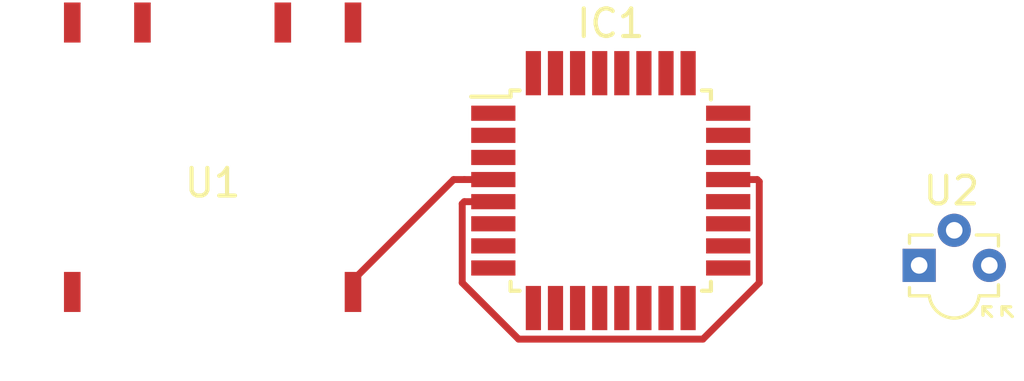
<source format=kicad_pcb>
(kicad_pcb (version 20170123) (host pcbnew "(2017-02-22 revision 4c83b0a94)-master")

  (general
    (links 3)
    (no_connects 3)
    (area 105.539876 39.791508 142.999114 53.941508)
    (thickness 1.6)
    (drawings 0)
    (tracks 13)
    (zones 0)
    (modules 3)
    (nets 36)
  )

  (page A4)
  (layers
    (0 F.Cu signal)
    (31 B.Cu signal)
    (32 B.Adhes user)
    (33 F.Adhes user)
    (34 B.Paste user)
    (35 F.Paste user)
    (36 B.SilkS user)
    (37 F.SilkS user)
    (38 B.Mask user)
    (39 F.Mask user)
    (40 Dwgs.User user)
    (41 Cmts.User user)
    (42 Eco1.User user)
    (43 Eco2.User user)
    (44 Edge.Cuts user)
    (45 Margin user)
    (46 B.CrtYd user)
    (47 F.CrtYd user)
    (48 B.Fab user)
    (49 F.Fab user)
  )

  (setup
    (last_trace_width 0.25)
    (trace_clearance 0.2)
    (zone_clearance 0.508)
    (zone_45_only no)
    (trace_min 0.2)
    (segment_width 0.2)
    (edge_width 0.15)
    (via_size 0.8)
    (via_drill 0.4)
    (via_min_size 0.4)
    (via_min_drill 0.3)
    (uvia_size 0.3)
    (uvia_drill 0.1)
    (uvias_allowed no)
    (uvia_min_size 0.2)
    (uvia_min_drill 0.1)
    (pcb_text_width 0.3)
    (pcb_text_size 1.5 1.5)
    (mod_edge_width 0.15)
    (mod_text_size 1 1)
    (mod_text_width 0.15)
    (pad_size 1.524 1.524)
    (pad_drill 0.762)
    (pad_to_mask_clearance 0.2)
    (aux_axis_origin 0 0)
    (visible_elements FFFFFF7F)
    (pcbplotparams
      (layerselection 0x00030_ffffffff)
      (usegerberextensions false)
      (excludeedgelayer true)
      (linewidth 0.100000)
      (plotframeref false)
      (viasonmask false)
      (mode 1)
      (useauxorigin false)
      (hpglpennumber 1)
      (hpglpenspeed 20)
      (hpglpendiameter 15)
      (psnegative false)
      (psa4output false)
      (plotreference true)
      (plotvalue true)
      (plotinvisibletext false)
      (padsonsilk false)
      (subtractmaskfromsilk false)
      (outputformat 1)
      (mirror false)
      (drillshape 1)
      (scaleselection 1)
      (outputdirectory ""))
  )

  (net 0 "")
  (net 1 "Net-(IC1-Pad32)")
  (net 2 "Net-(IC1-Pad31)")
  (net 3 "Net-(IC1-Pad30)")
  (net 4 "Net-(IC1-Pad29)")
  (net 5 "Net-(IC1-Pad28)")
  (net 6 "Net-(IC1-Pad27)")
  (net 7 "Net-(IC1-Pad26)")
  (net 8 "Net-(IC1-Pad25)")
  (net 9 "Net-(IC1-Pad24)")
  (net 10 "Net-(IC1-Pad23)")
  (net 11 "Net-(IC1-Pad22)")
  (net 12 GND)
  (net 13 "Net-(IC1-Pad20)")
  (net 14 "Net-(IC1-Pad19)")
  (net 15 "Net-(IC1-Pad18)")
  (net 16 "Net-(IC1-Pad17)")
  (net 17 "Net-(IC1-Pad16)")
  (net 18 "Net-(IC1-Pad15)")
  (net 19 "Net-(IC1-Pad14)")
  (net 20 "Net-(IC1-Pad13)")
  (net 21 "Net-(IC1-Pad12)")
  (net 22 "Net-(IC1-Pad11)")
  (net 23 "Net-(IC1-Pad10)")
  (net 24 "Net-(IC1-Pad9)")
  (net 25 "Net-(IC1-Pad8)")
  (net 26 "Net-(IC1-Pad7)")
  (net 27 Test1)
  (net 28 VCC)
  (net 29 "Net-(IC1-Pad3)")
  (net 30 "Net-(IC1-Pad2)")
  (net 31 "Net-(IC1-Pad1)")
  (net 32 "Net-(U1-Pad9)")
  (net 33 "Net-(U1-Pad7)")
  (net 34 "Net-(U1-Pad6)")
  (net 35 "Net-(U1-Pad1)")

  (net_class Default "This is the default net class."
    (clearance 0.2)
    (trace_width 0.25)
    (via_dia 0.8)
    (via_drill 0.4)
    (uvia_dia 0.3)
    (uvia_drill 0.1)
    (add_net GND)
    (add_net "Net-(IC1-Pad1)")
    (add_net "Net-(IC1-Pad10)")
    (add_net "Net-(IC1-Pad11)")
    (add_net "Net-(IC1-Pad12)")
    (add_net "Net-(IC1-Pad13)")
    (add_net "Net-(IC1-Pad14)")
    (add_net "Net-(IC1-Pad15)")
    (add_net "Net-(IC1-Pad16)")
    (add_net "Net-(IC1-Pad17)")
    (add_net "Net-(IC1-Pad18)")
    (add_net "Net-(IC1-Pad19)")
    (add_net "Net-(IC1-Pad2)")
    (add_net "Net-(IC1-Pad20)")
    (add_net "Net-(IC1-Pad22)")
    (add_net "Net-(IC1-Pad23)")
    (add_net "Net-(IC1-Pad24)")
    (add_net "Net-(IC1-Pad25)")
    (add_net "Net-(IC1-Pad26)")
    (add_net "Net-(IC1-Pad27)")
    (add_net "Net-(IC1-Pad28)")
    (add_net "Net-(IC1-Pad29)")
    (add_net "Net-(IC1-Pad3)")
    (add_net "Net-(IC1-Pad30)")
    (add_net "Net-(IC1-Pad31)")
    (add_net "Net-(IC1-Pad32)")
    (add_net "Net-(IC1-Pad7)")
    (add_net "Net-(IC1-Pad8)")
    (add_net "Net-(IC1-Pad9)")
    (add_net "Net-(U1-Pad1)")
    (add_net "Net-(U1-Pad6)")
    (add_net "Net-(U1-Pad7)")
    (add_net "Net-(U1-Pad9)")
    (add_net Test1)
    (add_net VCC)
  )

  (module Housings_QFP:TQFP-32_7x7mm_Pitch0.8mm (layer F.Cu) (tedit 54130A77) (tstamp 58AEFE9A)
    (at 127.842971 46.799008)
    (descr "32-Lead Plastic Thin Quad Flatpack (PT) - 7x7x1.0 mm Body, 2.00 mm [TQFP] (see Microchip Packaging Specification 00000049BS.pdf)")
    (tags "QFP 0.8")
    (path /589F3C1F)
    (attr smd)
    (fp_text reference IC1 (at 0 -6.05) (layer F.SilkS)
      (effects (font (size 1 1) (thickness 0.15)))
    )
    (fp_text value ATMEGA328PB-A (at 0 6.05) (layer F.Fab)
      (effects (font (size 1 1) (thickness 0.15)))
    )
    (fp_line (start -3.625 -3.4) (end -5.05 -3.4) (layer F.SilkS) (width 0.15))
    (fp_line (start 3.625 -3.625) (end 3.3 -3.625) (layer F.SilkS) (width 0.15))
    (fp_line (start 3.625 3.625) (end 3.3 3.625) (layer F.SilkS) (width 0.15))
    (fp_line (start -3.625 3.625) (end -3.3 3.625) (layer F.SilkS) (width 0.15))
    (fp_line (start -3.625 -3.625) (end -3.3 -3.625) (layer F.SilkS) (width 0.15))
    (fp_line (start -3.625 3.625) (end -3.625 3.3) (layer F.SilkS) (width 0.15))
    (fp_line (start 3.625 3.625) (end 3.625 3.3) (layer F.SilkS) (width 0.15))
    (fp_line (start 3.625 -3.625) (end 3.625 -3.3) (layer F.SilkS) (width 0.15))
    (fp_line (start -3.625 -3.625) (end -3.625 -3.4) (layer F.SilkS) (width 0.15))
    (fp_line (start -5.3 5.3) (end 5.3 5.3) (layer F.CrtYd) (width 0.05))
    (fp_line (start -5.3 -5.3) (end 5.3 -5.3) (layer F.CrtYd) (width 0.05))
    (fp_line (start 5.3 -5.3) (end 5.3 5.3) (layer F.CrtYd) (width 0.05))
    (fp_line (start -5.3 -5.3) (end -5.3 5.3) (layer F.CrtYd) (width 0.05))
    (fp_line (start -3.5 -2.5) (end -2.5 -3.5) (layer F.Fab) (width 0.15))
    (fp_line (start -3.5 3.5) (end -3.5 -2.5) (layer F.Fab) (width 0.15))
    (fp_line (start 3.5 3.5) (end -3.5 3.5) (layer F.Fab) (width 0.15))
    (fp_line (start 3.5 -3.5) (end 3.5 3.5) (layer F.Fab) (width 0.15))
    (fp_line (start -2.5 -3.5) (end 3.5 -3.5) (layer F.Fab) (width 0.15))
    (fp_text user %R (at 0 0) (layer F.Fab)
      (effects (font (size 1 1) (thickness 0.15)))
    )
    (pad 32 smd rect (at -2.8 -4.25 90) (size 1.6 0.55) (layers F.Cu F.Paste F.Mask)
      (net 1 "Net-(IC1-Pad32)"))
    (pad 31 smd rect (at -2 -4.25 90) (size 1.6 0.55) (layers F.Cu F.Paste F.Mask)
      (net 2 "Net-(IC1-Pad31)"))
    (pad 30 smd rect (at -1.2 -4.25 90) (size 1.6 0.55) (layers F.Cu F.Paste F.Mask)
      (net 3 "Net-(IC1-Pad30)"))
    (pad 29 smd rect (at -0.4 -4.25 90) (size 1.6 0.55) (layers F.Cu F.Paste F.Mask)
      (net 4 "Net-(IC1-Pad29)"))
    (pad 28 smd rect (at 0.4 -4.25 90) (size 1.6 0.55) (layers F.Cu F.Paste F.Mask)
      (net 5 "Net-(IC1-Pad28)"))
    (pad 27 smd rect (at 1.2 -4.25 90) (size 1.6 0.55) (layers F.Cu F.Paste F.Mask)
      (net 6 "Net-(IC1-Pad27)"))
    (pad 26 smd rect (at 2 -4.25 90) (size 1.6 0.55) (layers F.Cu F.Paste F.Mask)
      (net 7 "Net-(IC1-Pad26)"))
    (pad 25 smd rect (at 2.8 -4.25 90) (size 1.6 0.55) (layers F.Cu F.Paste F.Mask)
      (net 8 "Net-(IC1-Pad25)"))
    (pad 24 smd rect (at 4.25 -2.8) (size 1.6 0.55) (layers F.Cu F.Paste F.Mask)
      (net 9 "Net-(IC1-Pad24)"))
    (pad 23 smd rect (at 4.25 -2) (size 1.6 0.55) (layers F.Cu F.Paste F.Mask)
      (net 10 "Net-(IC1-Pad23)"))
    (pad 22 smd rect (at 4.25 -1.2) (size 1.6 0.55) (layers F.Cu F.Paste F.Mask)
      (net 11 "Net-(IC1-Pad22)"))
    (pad 21 smd rect (at 4.25 -0.4) (size 1.6 0.55) (layers F.Cu F.Paste F.Mask)
      (net 12 GND))
    (pad 20 smd rect (at 4.25 0.4) (size 1.6 0.55) (layers F.Cu F.Paste F.Mask)
      (net 13 "Net-(IC1-Pad20)"))
    (pad 19 smd rect (at 4.25 1.2) (size 1.6 0.55) (layers F.Cu F.Paste F.Mask)
      (net 14 "Net-(IC1-Pad19)"))
    (pad 18 smd rect (at 4.25 2) (size 1.6 0.55) (layers F.Cu F.Paste F.Mask)
      (net 15 "Net-(IC1-Pad18)"))
    (pad 17 smd rect (at 4.25 2.8) (size 1.6 0.55) (layers F.Cu F.Paste F.Mask)
      (net 16 "Net-(IC1-Pad17)"))
    (pad 16 smd rect (at 2.8 4.25 90) (size 1.6 0.55) (layers F.Cu F.Paste F.Mask)
      (net 17 "Net-(IC1-Pad16)"))
    (pad 15 smd rect (at 2 4.25 90) (size 1.6 0.55) (layers F.Cu F.Paste F.Mask)
      (net 18 "Net-(IC1-Pad15)"))
    (pad 14 smd rect (at 1.2 4.25 90) (size 1.6 0.55) (layers F.Cu F.Paste F.Mask)
      (net 19 "Net-(IC1-Pad14)"))
    (pad 13 smd rect (at 0.4 4.25 90) (size 1.6 0.55) (layers F.Cu F.Paste F.Mask)
      (net 20 "Net-(IC1-Pad13)"))
    (pad 12 smd rect (at -0.4 4.25 90) (size 1.6 0.55) (layers F.Cu F.Paste F.Mask)
      (net 21 "Net-(IC1-Pad12)"))
    (pad 11 smd rect (at -1.2 4.25 90) (size 1.6 0.55) (layers F.Cu F.Paste F.Mask)
      (net 22 "Net-(IC1-Pad11)"))
    (pad 10 smd rect (at -2 4.25 90) (size 1.6 0.55) (layers F.Cu F.Paste F.Mask)
      (net 23 "Net-(IC1-Pad10)"))
    (pad 9 smd rect (at -2.8 4.25 90) (size 1.6 0.55) (layers F.Cu F.Paste F.Mask)
      (net 24 "Net-(IC1-Pad9)"))
    (pad 8 smd rect (at -4.25 2.8) (size 1.6 0.55) (layers F.Cu F.Paste F.Mask)
      (net 25 "Net-(IC1-Pad8)"))
    (pad 7 smd rect (at -4.25 2) (size 1.6 0.55) (layers F.Cu F.Paste F.Mask)
      (net 26 "Net-(IC1-Pad7)"))
    (pad 6 smd rect (at -4.25 1.2) (size 1.6 0.55) (layers F.Cu F.Paste F.Mask)
      (net 27 Test1))
    (pad 5 smd rect (at -4.25 0.4) (size 1.6 0.55) (layers F.Cu F.Paste F.Mask)
      (net 12 GND))
    (pad 4 smd rect (at -4.25 -0.4) (size 1.6 0.55) (layers F.Cu F.Paste F.Mask)
      (net 28 VCC))
    (pad 3 smd rect (at -4.25 -1.2) (size 1.6 0.55) (layers F.Cu F.Paste F.Mask)
      (net 29 "Net-(IC1-Pad3)"))
    (pad 2 smd rect (at -4.25 -2) (size 1.6 0.55) (layers F.Cu F.Paste F.Mask)
      (net 30 "Net-(IC1-Pad2)"))
    (pad 1 smd rect (at -4.25 -2.8) (size 1.6 0.55) (layers F.Cu F.Paste F.Mask)
      (net 31 "Net-(IC1-Pad1)"))
    (model Housings_QFP.3dshapes/TQFP-32_7x7mm_Pitch0.8mm.wrl
      (at (xyz 0 0 0))
      (scale (xyz 1 1 1))
      (rotate (xyz 0 0 0))
    )
  )

  (module T-AIM:V78-500-SMT (layer F.Cu) (tedit 58A6FABC) (tstamp 58AEFEA4)
    (at 113.434877 41.441508)
    (path /589F69E1)
    (fp_text reference U1 (at 0 5.08) (layer F.SilkS)
      (effects (font (size 1 1) (thickness 0.15)))
    )
    (fp_text value V7805-500-SMT (at 0 2.54) (layer F.Fab)
      (effects (font (size 1 1) (thickness 0.15)))
    )
    (fp_line (start -7.62 8.3) (end -7.62 0) (layer F.Adhes) (width 0.15))
    (fp_line (start 7.62 8.3) (end -7.62 8.3) (layer F.Adhes) (width 0.15))
    (fp_line (start 7.62 0) (end 7.62 8.3) (layer F.Adhes) (width 0.15))
    (fp_line (start -7.62 0) (end 7.62 0) (layer F.Adhes) (width 0.15))
    (pad 10 smd rect (at -5.08 -0.725) (size 0.6 1.45) (layers F.Cu F.Paste F.Mask)
      (net 27 Test1))
    (pad 9 smd rect (at -2.54 -0.725) (size 0.6 1.45) (layers F.Cu F.Paste F.Mask)
      (net 32 "Net-(U1-Pad9)"))
    (pad 7 smd rect (at 2.54 -0.725) (size 0.6 1.45) (layers F.Cu F.Paste F.Mask)
      (net 33 "Net-(U1-Pad7)"))
    (pad 6 smd rect (at 5.08 -0.725) (size 0.6 1.45) (layers F.Cu F.Paste F.Mask)
      (net 34 "Net-(U1-Pad6)"))
    (pad 5 smd rect (at 5.08 9.025) (size 0.6 1.45) (layers F.Cu F.Paste F.Mask)
      (net 28 VCC))
    (pad 1 smd rect (at -5.08 9.025) (size 0.6 1.45) (layers F.Cu F.Paste F.Mask)
      (net 35 "Net-(U1-Pad1)"))
  )

  (module Opto-Devices:OPIC_Sharp_IS485 (layer F.Cu) (tedit 588BCBBE) (tstamp 58AEFFBA)
    (at 139.004113 49.505409)
    (descr "Sharp OPIC, IS485, IS486")
    (tags "Sharp OPIC IS485 IS486")
    (path /589F5D64)
    (fp_text reference U2 (at 1.17 -2.7) (layer F.SilkS)
      (effects (font (size 1 1) (thickness 0.15)))
    )
    (fp_text value 78L05 (at 1.27 2.4) (layer F.Fab)
      (effects (font (size 1 1) (thickness 0.15)))
    )
    (fp_arc (start 1.27 1) (end 2.07 1) (angle 90) (layer F.Fab) (width 0.1))
    (fp_arc (start 1.27 1) (end 1.27 1.8) (angle 90) (layer F.Fab) (width 0.1))
    (fp_arc (start 1.27 1) (end 2.17 1.1) (angle 165) (layer F.SilkS) (width 0.12))
    (fp_line (start 2.31 1.5) (end 2.31 1.8) (layer F.SilkS) (width 0.12))
    (fp_line (start 2.31 1.5) (end 2.6 1.5) (layer F.SilkS) (width 0.12))
    (fp_line (start 3 1.5) (end 3.31 1.5) (layer F.SilkS) (width 0.12))
    (fp_line (start 3 1.5) (end 3 1.8) (layer F.SilkS) (width 0.12))
    (fp_line (start -0.23 1) (end 2.77 1) (layer F.Fab) (width 0.1))
    (fp_line (start -0.23 -1) (end -0.23 1) (layer F.Fab) (width 0.1))
    (fp_line (start 2.77 -1) (end -0.23 -1) (layer F.Fab) (width 0.1))
    (fp_line (start 2.77 1) (end 2.77 -1) (layer F.Fab) (width 0.1))
    (fp_line (start -0.33 1.1) (end 0.37 1.1) (layer F.SilkS) (width 0.12))
    (fp_line (start 2.87 1.1) (end 2.87 0.7) (layer F.SilkS) (width 0.12))
    (fp_line (start 2.17 1.1) (end 2.87 1.1) (layer F.SilkS) (width 0.12))
    (fp_line (start 2.87 -0.7) (end 2.87 -1.1) (layer F.SilkS) (width 0.12))
    (fp_line (start 2.07 -1.1) (end 2.87 -1.1) (layer F.SilkS) (width 0.12))
    (fp_line (start 0.47 -1.1) (end -0.33 -1.1) (layer F.SilkS) (width 0.12))
    (fp_line (start -0.93 2.3) (end -0.93 -2.2) (layer F.CrtYd) (width 0.05))
    (fp_line (start 3.07 1.55) (end 3.37 1.85) (layer F.SilkS) (width 0.12))
    (fp_line (start 2.32 1.55) (end 2.62 1.85) (layer F.SilkS) (width 0.12))
    (fp_line (start -0.93 -2.2) (end 3.77 -2.2) (layer F.CrtYd) (width 0.05))
    (fp_line (start 3.77 2.3) (end -0.93 2.3) (layer F.CrtYd) (width 0.05))
    (fp_line (start 3.77 -2.2) (end 3.77 2.3) (layer F.CrtYd) (width 0.05))
    (fp_line (start -0.35 1.1) (end -0.35 0.8) (layer F.SilkS) (width 0.12))
    (fp_line (start -0.35 -1.1) (end -0.35 -0.8) (layer F.SilkS) (width 0.12))
    (pad 3 thru_hole circle (at 2.54 0) (size 1.2 1.2) (drill 0.6) (layers *.Cu *.Mask))
    (pad 2 thru_hole circle (at 1.27 -1.27) (size 1.2 1.2) (drill 0.6) (layers *.Cu *.Mask))
    (pad 1 thru_hole rect (at 0 0) (size 1.2 1.2) (drill 0.6) (layers *.Cu *.Mask))
  )

  (segment (start 132.092971 46.399008) (end 133.142971 46.399008) (width 0.25) (layer F.Cu) (net 12))
  (segment (start 133.142971 46.399008) (end 133.217972 46.474009) (width 0.25) (layer F.Cu) (net 12))
  (segment (start 133.217972 50.134009) (end 131.177972 52.174009) (width 0.25) (layer F.Cu) (net 12))
  (segment (start 131.177972 52.174009) (end 124.50797 52.174009) (width 0.25) (layer F.Cu) (net 12))
  (segment (start 133.217972 46.474009) (end 133.217972 50.134009) (width 0.25) (layer F.Cu) (net 12))
  (segment (start 122.46797 47.274009) (end 122.542971 47.199008) (width 0.25) (layer F.Cu) (net 12))
  (segment (start 124.50797 52.174009) (end 122.46797 50.134009) (width 0.25) (layer F.Cu) (net 12))
  (segment (start 122.46797 50.134009) (end 122.46797 47.274009) (width 0.25) (layer F.Cu) (net 12))
  (segment (start 122.542971 47.199008) (end 123.592971 47.199008) (width 0.25) (layer F.Cu) (net 12))
  (segment (start 118.514877 50.466508) (end 118.514877 50.041508) (width 0.25) (layer F.Cu) (net 28))
  (segment (start 118.514877 50.041508) (end 122.157377 46.399008) (width 0.25) (layer F.Cu) (net 28))
  (segment (start 122.157377 46.399008) (end 122.542971 46.399008) (width 0.25) (layer F.Cu) (net 28))
  (segment (start 122.542971 46.399008) (end 123.592971 46.399008) (width 0.25) (layer F.Cu) (net 28))

)

</source>
